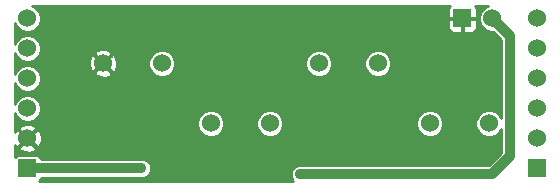
<source format=gbl>
G04 (created by PCBNEW (2013-dec-23)-stable) date Mon 21 Jul 2014 03:55:54 PM UTC*
%MOIN*%
G04 Gerber Fmt 3.4, Leading zero omitted, Abs format*
%FSLAX34Y34*%
G01*
G70*
G90*
G04 APERTURE LIST*
%ADD10C,0.00590551*%
%ADD11R,0.06X0.06*%
%ADD12C,0.06*%
%ADD13C,0.035*%
%ADD14C,0.032*%
%ADD15C,0.01*%
G04 APERTURE END LIST*
G54D10*
G54D11*
X25100Y-16000D03*
G54D12*
X26100Y-16000D03*
X25984Y-19500D03*
X24015Y-19500D03*
X22284Y-17500D03*
X20315Y-17500D03*
X18684Y-19500D03*
X16715Y-19500D03*
G54D11*
X10600Y-21000D03*
G54D12*
X10600Y-20000D03*
X10600Y-19000D03*
X10600Y-18000D03*
X10600Y-17000D03*
X10600Y-16000D03*
G54D11*
X27600Y-21000D03*
G54D12*
X27600Y-20000D03*
X27600Y-19000D03*
X27600Y-18000D03*
X27600Y-17000D03*
X27600Y-16000D03*
X15084Y-17500D03*
X13115Y-17500D03*
G54D13*
X19300Y-16000D03*
X14400Y-21000D03*
X19700Y-21200D03*
G54D14*
X14400Y-21000D02*
X10600Y-21000D01*
X26100Y-16000D02*
X26700Y-16600D01*
X26100Y-21200D02*
X19700Y-21200D01*
X26700Y-20600D02*
X26100Y-21200D01*
X26700Y-16600D02*
X26700Y-20600D01*
G54D10*
G36*
X26390Y-20471D02*
X25971Y-20890D01*
X25090Y-20890D01*
X25090Y-16427D01*
X25090Y-16010D01*
X24672Y-16010D01*
X24630Y-16052D01*
X24629Y-16266D01*
X24630Y-16333D01*
X24655Y-16396D01*
X24703Y-16444D01*
X24766Y-16470D01*
X25047Y-16470D01*
X25090Y-16427D01*
X25090Y-20890D01*
X24465Y-20890D01*
X24465Y-19410D01*
X24397Y-19245D01*
X24270Y-19118D01*
X24105Y-19050D01*
X23926Y-19049D01*
X23761Y-19118D01*
X23634Y-19244D01*
X23565Y-19410D01*
X23565Y-19589D01*
X23634Y-19754D01*
X23760Y-19881D01*
X23925Y-19949D01*
X24104Y-19950D01*
X24270Y-19881D01*
X24397Y-19755D01*
X24465Y-19589D01*
X24465Y-19410D01*
X24465Y-20890D01*
X22734Y-20890D01*
X22734Y-17410D01*
X22665Y-17245D01*
X22539Y-17118D01*
X22374Y-17050D01*
X22195Y-17049D01*
X22029Y-17118D01*
X21902Y-17244D01*
X21834Y-17410D01*
X21834Y-17589D01*
X21902Y-17754D01*
X22029Y-17881D01*
X22194Y-17949D01*
X22373Y-17950D01*
X22538Y-17881D01*
X22665Y-17755D01*
X22734Y-17589D01*
X22734Y-17410D01*
X22734Y-20890D01*
X20765Y-20890D01*
X20765Y-17410D01*
X20697Y-17245D01*
X20570Y-17118D01*
X20405Y-17050D01*
X20226Y-17049D01*
X20061Y-17118D01*
X19934Y-17244D01*
X19865Y-17410D01*
X19865Y-17589D01*
X19934Y-17754D01*
X20060Y-17881D01*
X20225Y-17949D01*
X20404Y-17950D01*
X20570Y-17881D01*
X20697Y-17755D01*
X20765Y-17589D01*
X20765Y-17410D01*
X20765Y-20890D01*
X19800Y-20890D01*
X19764Y-20875D01*
X19635Y-20874D01*
X19516Y-20924D01*
X19424Y-21015D01*
X19375Y-21135D01*
X19374Y-21264D01*
X19424Y-21383D01*
X19460Y-21420D01*
X19134Y-21420D01*
X19134Y-19410D01*
X19065Y-19245D01*
X18939Y-19118D01*
X18774Y-19050D01*
X18595Y-19049D01*
X18429Y-19118D01*
X18302Y-19244D01*
X18234Y-19410D01*
X18234Y-19589D01*
X18302Y-19754D01*
X18429Y-19881D01*
X18594Y-19949D01*
X18773Y-19950D01*
X18938Y-19881D01*
X19065Y-19755D01*
X19134Y-19589D01*
X19134Y-19410D01*
X19134Y-21420D01*
X17165Y-21420D01*
X17165Y-19410D01*
X17097Y-19245D01*
X16970Y-19118D01*
X16805Y-19050D01*
X16626Y-19049D01*
X16461Y-19118D01*
X16334Y-19244D01*
X16265Y-19410D01*
X16265Y-19589D01*
X16334Y-19754D01*
X16460Y-19881D01*
X16625Y-19949D01*
X16804Y-19950D01*
X16970Y-19881D01*
X17097Y-19755D01*
X17165Y-19589D01*
X17165Y-19410D01*
X17165Y-21420D01*
X15534Y-21420D01*
X15534Y-17410D01*
X15465Y-17245D01*
X15339Y-17118D01*
X15174Y-17050D01*
X14995Y-17049D01*
X14829Y-17118D01*
X14702Y-17244D01*
X14634Y-17410D01*
X14634Y-17589D01*
X14702Y-17754D01*
X14829Y-17881D01*
X14994Y-17949D01*
X15173Y-17950D01*
X15338Y-17881D01*
X15465Y-17755D01*
X15534Y-17589D01*
X15534Y-17410D01*
X15534Y-21420D01*
X10991Y-21420D01*
X11027Y-21385D01*
X11049Y-21329D01*
X11049Y-21310D01*
X14299Y-21310D01*
X14335Y-21324D01*
X14464Y-21325D01*
X14583Y-21275D01*
X14675Y-21184D01*
X14724Y-21064D01*
X14725Y-20935D01*
X14675Y-20816D01*
X14584Y-20724D01*
X14464Y-20675D01*
X14335Y-20674D01*
X14299Y-20690D01*
X13587Y-20690D01*
X13587Y-17415D01*
X13519Y-17241D01*
X13509Y-17226D01*
X13431Y-17198D01*
X13417Y-17212D01*
X13417Y-17184D01*
X13389Y-17106D01*
X13217Y-17031D01*
X13030Y-17028D01*
X12856Y-17096D01*
X12842Y-17106D01*
X12814Y-17184D01*
X13115Y-17485D01*
X13417Y-17184D01*
X13417Y-17212D01*
X13129Y-17500D01*
X13431Y-17801D01*
X13509Y-17773D01*
X13583Y-17602D01*
X13587Y-17415D01*
X13587Y-20690D01*
X13417Y-20690D01*
X13417Y-17815D01*
X13115Y-17514D01*
X13101Y-17528D01*
X13101Y-17500D01*
X12799Y-17198D01*
X12722Y-17226D01*
X12647Y-17397D01*
X12644Y-17584D01*
X12712Y-17758D01*
X12722Y-17773D01*
X12799Y-17801D01*
X13101Y-17500D01*
X13101Y-17528D01*
X12814Y-17815D01*
X12842Y-17893D01*
X13013Y-17968D01*
X13200Y-17971D01*
X13374Y-17903D01*
X13389Y-17893D01*
X13417Y-17815D01*
X13417Y-20690D01*
X11071Y-20690D01*
X11071Y-19915D01*
X11003Y-19741D01*
X10993Y-19726D01*
X10915Y-19698D01*
X10901Y-19712D01*
X10901Y-19684D01*
X10873Y-19606D01*
X10702Y-19531D01*
X10515Y-19528D01*
X10341Y-19596D01*
X10326Y-19606D01*
X10298Y-19684D01*
X10600Y-19985D01*
X10901Y-19684D01*
X10901Y-19712D01*
X10614Y-20000D01*
X10915Y-20301D01*
X10993Y-20273D01*
X11068Y-20102D01*
X11071Y-19915D01*
X11071Y-20690D01*
X11050Y-20690D01*
X11050Y-20670D01*
X11027Y-20615D01*
X10985Y-20572D01*
X10929Y-20550D01*
X10901Y-20550D01*
X10901Y-20315D01*
X10600Y-20014D01*
X10298Y-20315D01*
X10326Y-20393D01*
X10497Y-20468D01*
X10684Y-20471D01*
X10858Y-20403D01*
X10873Y-20393D01*
X10901Y-20315D01*
X10901Y-20550D01*
X10870Y-20549D01*
X10270Y-20549D01*
X10215Y-20572D01*
X10179Y-20608D01*
X10179Y-20215D01*
X10196Y-20258D01*
X10206Y-20273D01*
X10284Y-20301D01*
X10585Y-20000D01*
X10284Y-19698D01*
X10206Y-19726D01*
X10179Y-19788D01*
X10179Y-19160D01*
X10218Y-19254D01*
X10344Y-19381D01*
X10510Y-19449D01*
X10689Y-19450D01*
X10854Y-19381D01*
X10981Y-19255D01*
X11049Y-19089D01*
X11050Y-18910D01*
X10981Y-18745D01*
X10855Y-18618D01*
X10689Y-18550D01*
X10510Y-18549D01*
X10345Y-18618D01*
X10218Y-18744D01*
X10179Y-18839D01*
X10179Y-18160D01*
X10218Y-18254D01*
X10344Y-18381D01*
X10510Y-18449D01*
X10689Y-18450D01*
X10854Y-18381D01*
X10981Y-18255D01*
X11049Y-18089D01*
X11050Y-17910D01*
X10981Y-17745D01*
X10855Y-17618D01*
X10689Y-17550D01*
X10510Y-17549D01*
X10345Y-17618D01*
X10218Y-17744D01*
X10179Y-17839D01*
X10179Y-17160D01*
X10218Y-17254D01*
X10344Y-17381D01*
X10510Y-17449D01*
X10689Y-17450D01*
X10854Y-17381D01*
X10981Y-17255D01*
X11049Y-17089D01*
X11050Y-16910D01*
X10981Y-16745D01*
X10855Y-16618D01*
X10689Y-16550D01*
X10510Y-16549D01*
X10345Y-16618D01*
X10218Y-16744D01*
X10179Y-16839D01*
X10179Y-16160D01*
X10218Y-16254D01*
X10344Y-16381D01*
X10510Y-16449D01*
X10689Y-16450D01*
X10854Y-16381D01*
X10981Y-16255D01*
X11049Y-16089D01*
X11050Y-15910D01*
X10981Y-15745D01*
X10855Y-15618D01*
X10760Y-15579D01*
X24680Y-15579D01*
X24655Y-15603D01*
X24630Y-15666D01*
X24629Y-15733D01*
X24630Y-15947D01*
X24672Y-15990D01*
X25090Y-15990D01*
X25090Y-15982D01*
X25110Y-15982D01*
X25110Y-15990D01*
X25527Y-15990D01*
X25570Y-15947D01*
X25570Y-15733D01*
X25569Y-15666D01*
X25544Y-15603D01*
X25519Y-15579D01*
X25939Y-15579D01*
X25845Y-15618D01*
X25718Y-15744D01*
X25650Y-15910D01*
X25649Y-16089D01*
X25718Y-16254D01*
X25844Y-16381D01*
X26010Y-16449D01*
X26111Y-16450D01*
X26390Y-16728D01*
X26390Y-19303D01*
X26365Y-19245D01*
X26239Y-19118D01*
X26074Y-19050D01*
X25895Y-19049D01*
X25729Y-19118D01*
X25602Y-19244D01*
X25570Y-19324D01*
X25570Y-16266D01*
X25570Y-16052D01*
X25527Y-16010D01*
X25110Y-16010D01*
X25110Y-16427D01*
X25152Y-16470D01*
X25433Y-16470D01*
X25496Y-16444D01*
X25544Y-16396D01*
X25569Y-16333D01*
X25570Y-16266D01*
X25570Y-19324D01*
X25534Y-19410D01*
X25534Y-19589D01*
X25602Y-19754D01*
X25729Y-19881D01*
X25894Y-19949D01*
X26073Y-19950D01*
X26238Y-19881D01*
X26365Y-19755D01*
X26390Y-19696D01*
X26390Y-20471D01*
X26390Y-20471D01*
G37*
G54D15*
X26390Y-20471D02*
X25971Y-20890D01*
X25090Y-20890D01*
X25090Y-16427D01*
X25090Y-16010D01*
X24672Y-16010D01*
X24630Y-16052D01*
X24629Y-16266D01*
X24630Y-16333D01*
X24655Y-16396D01*
X24703Y-16444D01*
X24766Y-16470D01*
X25047Y-16470D01*
X25090Y-16427D01*
X25090Y-20890D01*
X24465Y-20890D01*
X24465Y-19410D01*
X24397Y-19245D01*
X24270Y-19118D01*
X24105Y-19050D01*
X23926Y-19049D01*
X23761Y-19118D01*
X23634Y-19244D01*
X23565Y-19410D01*
X23565Y-19589D01*
X23634Y-19754D01*
X23760Y-19881D01*
X23925Y-19949D01*
X24104Y-19950D01*
X24270Y-19881D01*
X24397Y-19755D01*
X24465Y-19589D01*
X24465Y-19410D01*
X24465Y-20890D01*
X22734Y-20890D01*
X22734Y-17410D01*
X22665Y-17245D01*
X22539Y-17118D01*
X22374Y-17050D01*
X22195Y-17049D01*
X22029Y-17118D01*
X21902Y-17244D01*
X21834Y-17410D01*
X21834Y-17589D01*
X21902Y-17754D01*
X22029Y-17881D01*
X22194Y-17949D01*
X22373Y-17950D01*
X22538Y-17881D01*
X22665Y-17755D01*
X22734Y-17589D01*
X22734Y-17410D01*
X22734Y-20890D01*
X20765Y-20890D01*
X20765Y-17410D01*
X20697Y-17245D01*
X20570Y-17118D01*
X20405Y-17050D01*
X20226Y-17049D01*
X20061Y-17118D01*
X19934Y-17244D01*
X19865Y-17410D01*
X19865Y-17589D01*
X19934Y-17754D01*
X20060Y-17881D01*
X20225Y-17949D01*
X20404Y-17950D01*
X20570Y-17881D01*
X20697Y-17755D01*
X20765Y-17589D01*
X20765Y-17410D01*
X20765Y-20890D01*
X19800Y-20890D01*
X19764Y-20875D01*
X19635Y-20874D01*
X19516Y-20924D01*
X19424Y-21015D01*
X19375Y-21135D01*
X19374Y-21264D01*
X19424Y-21383D01*
X19460Y-21420D01*
X19134Y-21420D01*
X19134Y-19410D01*
X19065Y-19245D01*
X18939Y-19118D01*
X18774Y-19050D01*
X18595Y-19049D01*
X18429Y-19118D01*
X18302Y-19244D01*
X18234Y-19410D01*
X18234Y-19589D01*
X18302Y-19754D01*
X18429Y-19881D01*
X18594Y-19949D01*
X18773Y-19950D01*
X18938Y-19881D01*
X19065Y-19755D01*
X19134Y-19589D01*
X19134Y-19410D01*
X19134Y-21420D01*
X17165Y-21420D01*
X17165Y-19410D01*
X17097Y-19245D01*
X16970Y-19118D01*
X16805Y-19050D01*
X16626Y-19049D01*
X16461Y-19118D01*
X16334Y-19244D01*
X16265Y-19410D01*
X16265Y-19589D01*
X16334Y-19754D01*
X16460Y-19881D01*
X16625Y-19949D01*
X16804Y-19950D01*
X16970Y-19881D01*
X17097Y-19755D01*
X17165Y-19589D01*
X17165Y-19410D01*
X17165Y-21420D01*
X15534Y-21420D01*
X15534Y-17410D01*
X15465Y-17245D01*
X15339Y-17118D01*
X15174Y-17050D01*
X14995Y-17049D01*
X14829Y-17118D01*
X14702Y-17244D01*
X14634Y-17410D01*
X14634Y-17589D01*
X14702Y-17754D01*
X14829Y-17881D01*
X14994Y-17949D01*
X15173Y-17950D01*
X15338Y-17881D01*
X15465Y-17755D01*
X15534Y-17589D01*
X15534Y-17410D01*
X15534Y-21420D01*
X10991Y-21420D01*
X11027Y-21385D01*
X11049Y-21329D01*
X11049Y-21310D01*
X14299Y-21310D01*
X14335Y-21324D01*
X14464Y-21325D01*
X14583Y-21275D01*
X14675Y-21184D01*
X14724Y-21064D01*
X14725Y-20935D01*
X14675Y-20816D01*
X14584Y-20724D01*
X14464Y-20675D01*
X14335Y-20674D01*
X14299Y-20690D01*
X13587Y-20690D01*
X13587Y-17415D01*
X13519Y-17241D01*
X13509Y-17226D01*
X13431Y-17198D01*
X13417Y-17212D01*
X13417Y-17184D01*
X13389Y-17106D01*
X13217Y-17031D01*
X13030Y-17028D01*
X12856Y-17096D01*
X12842Y-17106D01*
X12814Y-17184D01*
X13115Y-17485D01*
X13417Y-17184D01*
X13417Y-17212D01*
X13129Y-17500D01*
X13431Y-17801D01*
X13509Y-17773D01*
X13583Y-17602D01*
X13587Y-17415D01*
X13587Y-20690D01*
X13417Y-20690D01*
X13417Y-17815D01*
X13115Y-17514D01*
X13101Y-17528D01*
X13101Y-17500D01*
X12799Y-17198D01*
X12722Y-17226D01*
X12647Y-17397D01*
X12644Y-17584D01*
X12712Y-17758D01*
X12722Y-17773D01*
X12799Y-17801D01*
X13101Y-17500D01*
X13101Y-17528D01*
X12814Y-17815D01*
X12842Y-17893D01*
X13013Y-17968D01*
X13200Y-17971D01*
X13374Y-17903D01*
X13389Y-17893D01*
X13417Y-17815D01*
X13417Y-20690D01*
X11071Y-20690D01*
X11071Y-19915D01*
X11003Y-19741D01*
X10993Y-19726D01*
X10915Y-19698D01*
X10901Y-19712D01*
X10901Y-19684D01*
X10873Y-19606D01*
X10702Y-19531D01*
X10515Y-19528D01*
X10341Y-19596D01*
X10326Y-19606D01*
X10298Y-19684D01*
X10600Y-19985D01*
X10901Y-19684D01*
X10901Y-19712D01*
X10614Y-20000D01*
X10915Y-20301D01*
X10993Y-20273D01*
X11068Y-20102D01*
X11071Y-19915D01*
X11071Y-20690D01*
X11050Y-20690D01*
X11050Y-20670D01*
X11027Y-20615D01*
X10985Y-20572D01*
X10929Y-20550D01*
X10901Y-20550D01*
X10901Y-20315D01*
X10600Y-20014D01*
X10298Y-20315D01*
X10326Y-20393D01*
X10497Y-20468D01*
X10684Y-20471D01*
X10858Y-20403D01*
X10873Y-20393D01*
X10901Y-20315D01*
X10901Y-20550D01*
X10870Y-20549D01*
X10270Y-20549D01*
X10215Y-20572D01*
X10179Y-20608D01*
X10179Y-20215D01*
X10196Y-20258D01*
X10206Y-20273D01*
X10284Y-20301D01*
X10585Y-20000D01*
X10284Y-19698D01*
X10206Y-19726D01*
X10179Y-19788D01*
X10179Y-19160D01*
X10218Y-19254D01*
X10344Y-19381D01*
X10510Y-19449D01*
X10689Y-19450D01*
X10854Y-19381D01*
X10981Y-19255D01*
X11049Y-19089D01*
X11050Y-18910D01*
X10981Y-18745D01*
X10855Y-18618D01*
X10689Y-18550D01*
X10510Y-18549D01*
X10345Y-18618D01*
X10218Y-18744D01*
X10179Y-18839D01*
X10179Y-18160D01*
X10218Y-18254D01*
X10344Y-18381D01*
X10510Y-18449D01*
X10689Y-18450D01*
X10854Y-18381D01*
X10981Y-18255D01*
X11049Y-18089D01*
X11050Y-17910D01*
X10981Y-17745D01*
X10855Y-17618D01*
X10689Y-17550D01*
X10510Y-17549D01*
X10345Y-17618D01*
X10218Y-17744D01*
X10179Y-17839D01*
X10179Y-17160D01*
X10218Y-17254D01*
X10344Y-17381D01*
X10510Y-17449D01*
X10689Y-17450D01*
X10854Y-17381D01*
X10981Y-17255D01*
X11049Y-17089D01*
X11050Y-16910D01*
X10981Y-16745D01*
X10855Y-16618D01*
X10689Y-16550D01*
X10510Y-16549D01*
X10345Y-16618D01*
X10218Y-16744D01*
X10179Y-16839D01*
X10179Y-16160D01*
X10218Y-16254D01*
X10344Y-16381D01*
X10510Y-16449D01*
X10689Y-16450D01*
X10854Y-16381D01*
X10981Y-16255D01*
X11049Y-16089D01*
X11050Y-15910D01*
X10981Y-15745D01*
X10855Y-15618D01*
X10760Y-15579D01*
X24680Y-15579D01*
X24655Y-15603D01*
X24630Y-15666D01*
X24629Y-15733D01*
X24630Y-15947D01*
X24672Y-15990D01*
X25090Y-15990D01*
X25090Y-15982D01*
X25110Y-15982D01*
X25110Y-15990D01*
X25527Y-15990D01*
X25570Y-15947D01*
X25570Y-15733D01*
X25569Y-15666D01*
X25544Y-15603D01*
X25519Y-15579D01*
X25939Y-15579D01*
X25845Y-15618D01*
X25718Y-15744D01*
X25650Y-15910D01*
X25649Y-16089D01*
X25718Y-16254D01*
X25844Y-16381D01*
X26010Y-16449D01*
X26111Y-16450D01*
X26390Y-16728D01*
X26390Y-19303D01*
X26365Y-19245D01*
X26239Y-19118D01*
X26074Y-19050D01*
X25895Y-19049D01*
X25729Y-19118D01*
X25602Y-19244D01*
X25570Y-19324D01*
X25570Y-16266D01*
X25570Y-16052D01*
X25527Y-16010D01*
X25110Y-16010D01*
X25110Y-16427D01*
X25152Y-16470D01*
X25433Y-16470D01*
X25496Y-16444D01*
X25544Y-16396D01*
X25569Y-16333D01*
X25570Y-16266D01*
X25570Y-19324D01*
X25534Y-19410D01*
X25534Y-19589D01*
X25602Y-19754D01*
X25729Y-19881D01*
X25894Y-19949D01*
X26073Y-19950D01*
X26238Y-19881D01*
X26365Y-19755D01*
X26390Y-19696D01*
X26390Y-20471D01*
M02*

</source>
